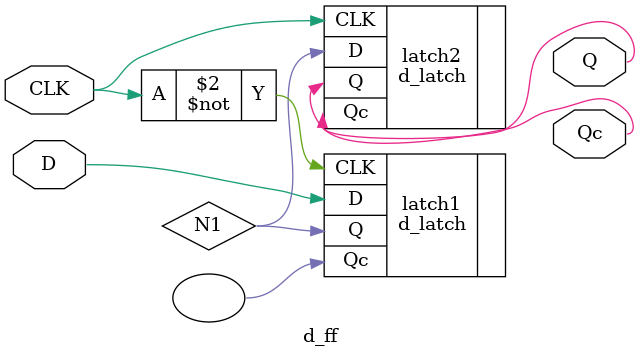
<source format=sv>
module d_ff(
	input logic CLK, D,
	output logic Q, Qc
);

logic CLKc, N1;

assign CLKc = ~CLK;

d_latch latch1(.D(D), .CLK(~CLK), .Q(N1), .Qc());

d_latch latch2(.D(N1), .CLK(CLK), .Q(Q), .Qc(Qc));

endmodule
</source>
